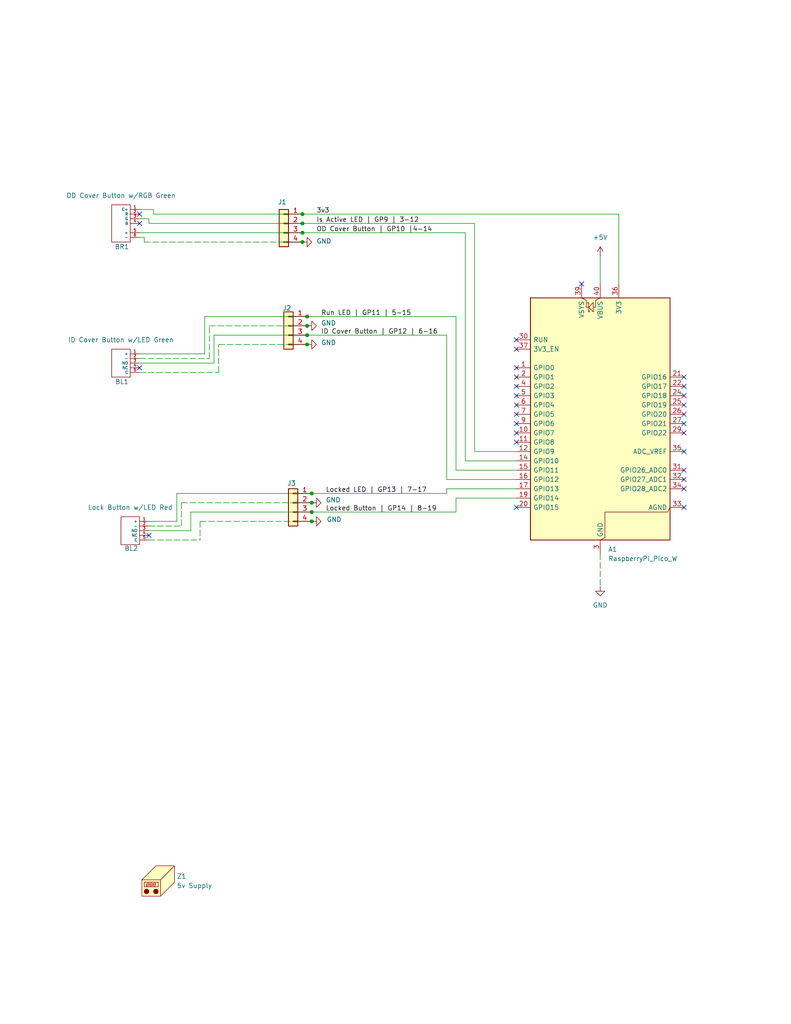
<source format=kicad_sch>
(kicad_sch (version 20250114) (generator "eeschema") (generator_version "9.0")
  (paper "A" portrait)
  (title_block (title "Garage Door Side Entrance Controller") (date "2026-02-07") (rev "v0.0.1") (company "BBG") (comment 2 "MCU Raspberry Pi Pico 2W") (comment 3 "An ESPHome Device") (comment 4 "Tony Gilkerson"))
  (lib_symbols
    (symbol "Connector_Generic:Conn_01x04" (pin_names (offset 1.016) (hide yes))
      (property "Reference" "J" (at 0 5.08 0))
      (property "Value" "Conn_01x04" (at 0 -7.62 0))
      (symbol "Conn_01x04_1_1"
        (rectangle (start -1.27 3.81) (end 1.27 -6.35) (stroke (width 0.254)) (fill (type background)))
        (rectangle (start -1.27 2.667) (end 0 2.413) (stroke (width 0.1524)))
        (rectangle (start -1.27 0.127) (end 0 -0.127) (stroke (width 0.1524)))
        (rectangle (start -1.27 -2.413) (end 0 -2.667) (stroke (width 0.1524)))
        (rectangle (start -1.27 -4.953) (end 0 -5.207) (stroke (width 0.1524)))
        (pin passive line (at -5.08 2.54 0) (length 3.81) (name "Pin_1") (number "1"))
        (pin passive line (at -5.08 0 0) (length 3.81) (name "Pin_2") (number "2"))
        (pin passive line (at -5.08 -2.54 0) (length 3.81) (name "Pin_3") (number "3"))
        (pin passive line (at -5.08 -5.08 0) (length 3.81) (name "Pin_4") (number "4"))
      )
    )
    (symbol "MCU_Module:RaspberryPi_Pico_W" (pin_names (offset 0.762))
      (property "Reference" "A" (at -19.05 35.56 0))
      (property "Value" "RaspberryPi_Pico_W" (at 7.62 35.56 0))
      (symbol "RaspberryPi_Pico_W_0_1"
        (rectangle (start -19.05 34.29) (end 19.05 -31.75) (stroke (width 0.254)) (fill (type background)))
        (polyline (pts (xy -5.08 34.29) (xy -3.81 33.655) (xy -3.81 31.75) (xy -3.175 31.75)))
        (polyline (pts (xy -3.429 32.766) (xy -3.429 33.02) (xy -3.175 33.02) (xy -3.175 30.48) (xy -2.921 30.48) (xy -2.921 30.734)))
        (polyline (pts (xy -3.175 31.75) (xy -1.905 33.02) (xy -1.905 30.48) (xy -3.175 31.75)))
        (polyline (pts (xy 0 34.29) (xy -1.27 33.655) (xy -1.27 31.75) (xy -1.905 31.75)))
        (polyline (pts (xy 0 -31.75) (xy 1.27 -31.115) (xy 1.27 -24.13) (xy 18.415 -24.13) (xy 19.05 -22.86)))
      )
      (symbol "RaspberryPi_Pico_W_1_1"
        (pin passive line (at -22.86 22.86 0) (length 3.81) (name "RUN") (number "30"))
        (pin passive line (at -22.86 20.32 0) (length 3.81) (name "3V3_EN") (number "37"))
        (pin bidirectional line (at -22.86 15.24 0) (length 3.81) (name "GPIO0") (number "1"))
        (pin bidirectional line (at -22.86 12.7 0) (length 3.81) (name "GPIO1") (number "2"))
        (pin bidirectional line (at -22.86 10.16 0) (length 3.81) (name "GPIO2") (number "4"))
        (pin bidirectional line (at -22.86 7.62 0) (length 3.81) (name "GPIO3") (number "5"))
        (pin bidirectional line (at -22.86 5.08 0) (length 3.81) (name "GPIO4") (number "6"))
        (pin bidirectional line (at -22.86 2.54 0) (length 3.81) (name "GPIO5") (number "7"))
        (pin bidirectional line (at -22.86 0 0) (length 3.81) (name "GPIO6") (number "9"))
        (pin bidirectional line (at -22.86 -2.54 0) (length 3.81) (name "GPIO7") (number "10"))
        (pin bidirectional line (at -22.86 -5.08 0) (length 3.81) (name "GPIO8") (number "11"))
        (pin bidirectional line (at -22.86 -7.62 0) (length 3.81) (name "GPIO9") (number "12"))
        (pin bidirectional line (at -22.86 -10.16 0) (length 3.81) (name "GPIO10") (number "14"))
        (pin bidirectional line (at -22.86 -12.7 0) (length 3.81) (name "GPIO11") (number "15"))
        (pin bidirectional line (at -22.86 -15.24 0) (length 3.81) (name "GPIO12") (number "16"))
        (pin bidirectional line (at -22.86 -17.78 0) (length 3.81) (name "GPIO13") (number "17"))
        (pin bidirectional line (at -22.86 -20.32 0) (length 3.81) (name "GPIO14") (number "19"))
        (pin bidirectional line (at -22.86 -22.86 0) (length 3.81) (name "GPIO15") (number "20"))
        (pin power_in line (at -5.08 38.1 270) (length 3.81) (name "VSYS") (number "39"))
        (pin power_out line (at 0 38.1 270) (length 3.81) (name "VBUS") (number "40"))
        (pin passive line (at 0 -35.56 90) (length 3.81) (hide yes) (name "GND") (number "13"))
        (pin passive line (at 0 -35.56 90) (length 3.81) (hide yes) (name "GND") (number "18"))
        (pin passive line (at 0 -35.56 90) (length 3.81) (hide yes) (name "GND") (number "23"))
        (pin passive line (at 0 -35.56 90) (length 3.81) (hide yes) (name "GND") (number "28"))
        (pin power_out line (at 0 -35.56 90) (length 3.81) (name "GND") (number "3"))
        (pin passive line (at 0 -35.56 90) (length 3.81) (hide yes) (name "GND") (number "38"))
        (pin passive line (at 0 -35.56 90) (length 3.81) (hide yes) (name "GND") (number "8"))
        (pin power_out line (at 5.08 38.1 270) (length 3.81) (name "3V3") (number "36"))
        (pin bidirectional line (at 22.86 12.7 180) (length 3.81) (name "GPIO16") (number "21"))
        (pin bidirectional line (at 22.86 10.16 180) (length 3.81) (name "GPIO17") (number "22"))
        (pin bidirectional line (at 22.86 7.62 180) (length 3.81) (name "GPIO18") (number "24"))
        (pin bidirectional line (at 22.86 5.08 180) (length 3.81) (name "GPIO19") (number "25"))
        (pin bidirectional line (at 22.86 2.54 180) (length 3.81) (name "GPIO20") (number "26"))
        (pin bidirectional line (at 22.86 0 180) (length 3.81) (name "GPIO21") (number "27"))
        (pin bidirectional line (at 22.86 -2.54 180) (length 3.81) (name "GPIO22") (number "29"))
        (pin power_in line (at 22.86 -7.62 180) (length 3.81) (name "ADC_VREF") (number "35"))
        (pin bidirectional line (at 22.86 -12.7 180) (length 3.81) (name "GPIO26_ADC0") (number "31"))
        (pin bidirectional line (at 22.86 -15.24 180) (length 3.81) (name "GPIO27_ADC1") (number "32"))
        (pin bidirectional line (at 22.86 -17.78 180) (length 3.81) (name "GPIO28_ADC2") (number "34"))
        (pin power_out line (at 22.86 -22.86 180) (length 3.81) (name "AGND") (number "33"))
      )
    )
    (symbol "Mechanical:Housing" (pin_names (offset 1.016))
      (property "Reference" "N" (at 3.81 0 0))
      (property "Value" "Housing" (at 3.81 -1.905 0))
      (symbol "Housing_0_1"
        (polyline (pts (xy -5.715 0) (xy -0.635 0) (xy 3.175 3.81)))
        (polyline (pts (xy -5.715 0) (xy -5.715 -4.445) (xy -0.635 -4.445) (xy 3.175 -0.635) (xy 3.175 3.81) (xy -1.905 3.81) (xy -5.715 0)) (fill (type background)))
        (rectangle (start -5.08 -0.635) (end -1.27 -1.905))
        (polyline (pts (xy -4.5212 -1.5748) (xy -4.4704 -1.3716)))
        (circle (center -4.445 -3.175) (radius 0.635) (fill (type outline)))
        (polyline (pts (xy -4.4196 -1.2192) (xy -4.3688 -0.9652)))
        (polyline (pts (xy -4.4196 -1.6764) (xy -4.064 -1.6764)))
        (polyline (pts (xy -4.318 -1.3208) (xy -4.0132 -1.3208)))
        (polyline (pts (xy -4.2164 -0.9144) (xy -3.9116 -0.9144)))
        (polyline (pts (xy -3.9116 -1.6256) (xy -3.8608 -1.3716)))
        (polyline (pts (xy -3.81 -1.2192) (xy -3.7592 -0.9652)))
        (polyline (pts (xy -3.6068 -1.5748) (xy -3.556 -1.3716)))
        (polyline (pts (xy -3.5052 -1.2192) (xy -3.4544 -0.9652)))
        (polyline (pts (xy -3.5052 -1.6764) (xy -3.1496 -1.6764)))
        (polyline (pts (xy -3.4036 -1.3208) (xy -3.0988 -1.3208)))
        (polyline (pts (xy -3.302 -0.9144) (xy -2.9972 -0.9144)))
        (polyline (pts (xy -2.9972 -1.6256) (xy -2.9464 -1.3716)))
        (polyline (pts (xy -2.8956 -1.2192) (xy -2.8448 -0.9652)))
        (polyline (pts (xy -2.6924 -1.5748) (xy -2.6416 -1.3716)))
        (polyline (pts (xy -2.5908 -1.2192) (xy -2.54 -0.9652)))
        (polyline (pts (xy -2.5908 -1.6764) (xy -2.2352 -1.6764)))
        (polyline (pts (xy -2.4892 -1.3208) (xy -2.1844 -1.3208)))
        (polyline (pts (xy -2.3876 -0.9144) (xy -2.0828 -0.9144)))
        (polyline (pts (xy -2.0828 -1.6256) (xy -2.032 -1.3716)))
        (polyline (pts (xy -1.9812 -1.2192) (xy -1.9304 -0.9652)))
        (circle (center -1.905 -3.175) (radius 0.635) (fill (type outline)))
        (polyline (pts (xy -0.635 0) (xy -0.635 -4.445)))
      )
    )
    (symbol "gdse_library:Button_w/LED"
      (property "Reference" "BL" (at -3.81 0 0))
      (symbol "Button_w/LED_0_1"
        (rectangle (start -5.08 3.81) (end 0 -3.81))
      )
      (symbol "Button_w/LED_1_1"
        (pin passive line (at 2.54 2.54 180) (length 2.54) (name "+") (number "1"))
        (pin passive line (at 2.54 1.27 180) (length 2.54) (name "-") (number "2"))
        (pin passive line (at 2.54 0 180) (length 2.54) (name "NO") (number "3"))
        (pin passive line (at 2.54 -1.27 180) (length 2.54) (name "NC") (number "4"))
        (pin passive line (at 2.54 -2.54 180) (length 2.54) (name "C") (number "5"))
      )
    )
    (symbol "gdse_library:Button_w/RGB"
      (property "Reference" "BR" (at -3.81 -0.254 0))
      (symbol "Button_w/RGB_0_1"
        (rectangle (start -5.08 5.08) (end 0 -5.08))
      )
      (symbol "Button_w/RGB_1_1"
        (pin passive line (at 2.54 3.81 180) (length 2.54) (name "C+") (number "1"))
        (pin passive line (at 2.54 2.54 180) (length 2.54) (name "R") (number "2"))
        (pin passive line (at 2.54 1.27 180) (length 2.54) (name "G") (number "3"))
        (pin passive line (at 2.54 0 180) (length 2.54) (name "B") (number "4"))
        (pin passive line (at 2.54 -2.54 180) (length 2.54) (name "+") (number "5"))
        (pin passive line (at 2.54 -3.81 180) (length 2.54) (name "-") (number "6"))
      )
    )
    (symbol "power:+5V" (power) (pin_numbers (hide yes)) (pin_names (offset 0) (hide yes))
      (property "Value" "+5V" (at 0 3.556 0))
      (symbol "+5V_0_1"
        (polyline (pts (xy -0.762 1.27) (xy 0 2.54)))
        (polyline (pts (xy 0 2.54) (xy 0.762 1.27)))
        (polyline (pts (xy 0 0) (xy 0 2.54)))
      )
      (symbol "+5V_1_1"
        (pin power_in line (at 0 0 90) (length 0) (name "~") (number "1"))
      )
    )
    (symbol "power:GND" (power) (pin_numbers (hide yes)) (pin_names (offset 0) (hide yes))
      (property "Value" "GND" (at 0 -3.81 0))
      (symbol "GND_0_1"
        (polyline (pts (xy 0 0) (xy 0 -1.27) (xy 1.27 -1.27) (xy 0 -2.54) (xy -1.27 -1.27) (xy 0 -1.27)))
      )
      (symbol "GND_1_1"
        (pin power_in line (at 0 0 270) (length 0) (name "~") (number "1"))
      )
    )
  )
  (junction (at 82.55 63.5))
  (junction (at 83.82 93.98))
  (junction (at 85.09 142.24))
  (junction (at 83.82 91.44))
  (junction (at 83.82 88.9))
  (junction (at 85.09 139.7))
  (junction (at 82.55 58.42))
  (junction (at 83.82 86.36))
  (junction (at 82.55 60.96))
  (junction (at 85.09 134.62))
  (junction (at 82.55 66.04))
  (junction (at 85.09 137.16))
  (no_connect (at 38.1 100.33))
  (no_connect (at 186.69 102.87))
  (no_connect (at 140.97 102.87))
  (no_connect (at 40.64 146.05))
  (no_connect (at 186.69 133.35))
  (no_connect (at 140.97 100.33))
  (no_connect (at 140.97 118.11))
  (no_connect (at 186.69 118.11))
  (no_connect (at 186.69 110.49))
  (no_connect (at 38.1 58.42))
  (no_connect (at 140.97 138.43))
  (no_connect (at 186.69 107.95))
  (no_connect (at 140.97 115.57))
  (no_connect (at 186.69 128.27))
  (no_connect (at 140.97 120.65))
  (no_connect (at 158.75 77.47))
  (no_connect (at 186.69 115.57))
  (no_connect (at 140.97 92.71))
  (no_connect (at 140.97 95.25))
  (no_connect (at 140.97 113.03))
  (no_connect (at 140.97 107.95))
  (no_connect (at 186.69 123.19))
  (no_connect (at 140.97 110.49))
  (no_connect (at 186.69 105.41))
  (no_connect (at 186.69 130.81))
  (no_connect (at 38.1 60.96))
  (no_connect (at 186.69 113.03))
  (no_connect (at 140.97 105.41))
  (no_connect (at 186.69 138.43))
  (wire (pts (xy 38.1 101.6) (xy 59.69 101.6)) (stroke (width 0) (type dash)))
  (wire (pts (xy 38.1 59.69) (xy 40.64 59.69)))
  (wire (pts (xy 38.1 96.52) (xy 55.88 96.52)))
  (wire (pts (xy 38.1 57.15) (xy 41.91 57.15)))
  (wire (pts (xy 124.46 86.36) (xy 83.82 86.36)))
  (wire (pts (xy 54.61 142.24) (xy 54.61 147.32)) (stroke (width 0) (type dash)))
  (wire (pts (xy 40.64 144.78) (xy 52.07 144.78)))
  (wire (pts (xy 41.91 58.42) (xy 82.55 58.42)))
  (wire (pts (xy 58.42 91.44) (xy 83.82 91.44)))
  (wire (pts (xy 163.83 151.13) (xy 163.83 160.02)) (stroke (width 0) (type dash)))
  (wire (pts (xy 49.53 137.16) (xy 49.53 143.51)) (stroke (width 0) (type dash)))
  (wire (pts (xy 127 125.73) (xy 140.97 125.73)))
  (wire (pts (xy 124.46 139.7) (xy 85.09 139.7)))
  (wire (pts (xy 59.69 93.98) (xy 83.82 93.98)) (stroke (width 0) (type dash)))
  (wire (pts (xy 38.1 97.79) (xy 57.15 97.79)) (stroke (width 0) (type dash)))
  (wire (pts (xy 57.15 88.9) (xy 83.82 88.9)) (stroke (width 0) (type dash)))
  (wire (pts (xy 140.97 135.89) (xy 124.46 135.89)))
  (wire (pts (xy 82.55 63.5) (xy 127 63.5)))
  (wire (pts (xy 129.54 123.19) (xy 140.97 123.19)))
  (wire (pts (xy 38.1 64.77) (xy 39.37 64.77)) (stroke (width 0) (type dash)))
  (wire (pts (xy 168.91 77.47) (xy 168.91 58.42)))
  (wire (pts (xy 83.82 91.44) (xy 121.92 91.44)))
  (wire (pts (xy 38.1 63.5) (xy 82.55 63.5)))
  (wire (pts (xy 40.64 143.51) (xy 49.53 143.51)) (stroke (width 0) (type dash)))
  (wire (pts (xy 168.91 58.42) (xy 82.55 58.42)))
  (wire (pts (xy 58.42 99.06) (xy 58.42 91.44)))
  (wire (pts (xy 48.26 134.62) (xy 85.09 134.62)))
  (wire (pts (xy 121.92 91.44) (xy 121.92 130.81)))
  (wire (pts (xy 39.37 64.77) (xy 39.37 66.04)) (stroke (width 0) (type dash)))
  (wire (pts (xy 59.69 101.6) (xy 59.69 93.98)) (stroke (width 0) (type dash)))
  (wire (pts (xy 121.92 134.62) (xy 121.92 133.35)))
  (wire (pts (xy 52.07 139.7) (xy 85.09 139.7)))
  (wire (pts (xy 124.46 86.36) (xy 124.46 128.27)))
  (wire (pts (xy 124.46 139.7) (xy 124.46 135.89)))
  (wire (pts (xy 124.46 128.27) (xy 140.97 128.27)))
  (wire (pts (xy 39.37 66.04) (xy 82.55 66.04)) (stroke (width 0) (type dash)))
  (wire (pts (xy 163.83 69.85) (xy 163.83 77.47)))
  (wire (pts (xy 49.53 137.16) (xy 85.09 137.16)) (stroke (width 0) (type dash)))
  (wire (pts (xy 52.07 139.7) (xy 52.07 144.78)))
  (wire (pts (xy 40.64 147.32) (xy 54.61 147.32)) (stroke (width 0) (type dash)))
  (wire (pts (xy 127 63.5) (xy 127 125.73)))
  (wire (pts (xy 57.15 97.79) (xy 57.15 88.9)) (stroke (width 0) (type dash)))
  (wire (pts (xy 54.61 142.24) (xy 85.09 142.24)) (stroke (width 0) (type dash)))
  (wire (pts (xy 55.88 86.36) (xy 55.88 96.52)))
  (wire (pts (xy 48.26 134.62) (xy 48.26 142.24)))
  (wire (pts (xy 129.54 60.96) (xy 129.54 123.19)))
  (wire (pts (xy 40.64 59.69) (xy 40.64 60.96)))
  (wire (pts (xy 121.92 130.81) (xy 140.97 130.81)))
  (wire (pts (xy 140.97 133.35) (xy 121.92 133.35)))
  (wire (pts (xy 40.64 142.24) (xy 48.26 142.24)))
  (wire (pts (xy 55.88 86.36) (xy 83.82 86.36)))
  (wire (pts (xy 129.54 60.96) (xy 82.55 60.96)))
  (wire (pts (xy 38.1 99.06) (xy 58.42 99.06)))
  (wire (pts (xy 40.64 60.96) (xy 82.55 60.96)))
  (wire (pts (xy 41.91 57.15) (xy 41.91 58.42)))
  (wire (pts (xy 121.92 134.62) (xy 85.09 134.62)))
  (label "Is Active LED | GP9 | 3-12" (at 86.36 60.96 0))
  (label "3v3" (at 86.36 58.42 0))
  (label "Run LED | GP11 | 5-15" (at 87.63 86.36 0))
  (label "ID Cover Button | GP12 | 6-16" (at 87.63 91.44 0))
  (label "OD Cover Button | GP10 |4-14" (at 86.36 63.5 0))
  (label "Locked Button | GP14 | 8-19" (at 88.9 139.7 0))
  (label "Locked LED | GP13 | 7-17" (at 88.9 134.62 0))
  (symbol (lib_id "gdse_library:Button_w/RGB") (at 35.56 60.96 0) (unit 1) (on_board no)
    (property "Reference" "BR1" (at 33.274 67.31 0))
    (property "Value" "OD Cover Button w/RGB Green" (at 33.02 53.34 0))
  )
  (symbol (lib_id "Connector_Generic:Conn_01x04") (at 80.01 137.16 0) (mirror y) (unit 1)
    (property "Reference" "J3" (at 80.772 131.826 0) (effects (justify left)))
    (property "Value" "Conn_01x04" (effects (hide yes)))
    (property "Footprint" "Connector_JST:JST_XH_B4B-XH-A_1x04_P2.50mm_Vertical" (effects (hide yes)))
    (property "Description" "Generic connector, single row, 01x04, script generated (kicad-library-utils/schlib/autogen/connector/)" (effects (hide yes)))
  )
  (symbol (lib_id "gdse_library:Button_w/LED") (at 35.56 99.06 0) (unit 1) (on_board no)
    (property "Reference" "BL1" (at 33.274 104.14 0))
    (property "Value" "ID Cover Button w/LED Green" (at 33.02 92.71 0))
  )
  (symbol (lib_id "power:+5V") (at 163.83 69.85 0) (unit 1)
    (property "Reference" "#PWR01" (effects (hide yes)))
    (property "Value" "+5V" (at 163.83 64.77 0))
    (property "Description" "Power symbol creates a global label with name \"+5V\"" (effects (hide yes)))
  )
  (symbol (lib_id "power:GND") (at 83.82 93.98 90) (unit 1)
    (property "Reference" "#PWR05" (effects (hide yes)))
    (property "Value" "GND" (at 87.63 93.472 90) (effects (justify right)))
    (property "Description" "Power symbol creates a global label with name \"GND\" , ground" (effects (hide yes)))
  )
  (symbol (lib_id "Connector_Generic:Conn_01x04") (at 78.74 88.9 0) (mirror y) (unit 1)
    (property "Reference" "J2" (at 79.502 84.074 0) (effects (justify left)))
    (property "Value" "Conn_01x04" (effects (hide yes)))
    (property "Footprint" "Connector_JST:JST_XH_B4B-XH-A_1x04_P2.50mm_Vertical" (effects (hide yes)))
    (property "Description" "Generic connector, single row, 01x04, script generated (kicad-library-utils/schlib/autogen/connector/)" (effects (hide yes)))
  )
  (symbol (lib_id "Mechanical:Housing") (at 44.45 240.03 0) (unit 1) (on_board no)
    (property "Reference" "Z1" (at 48.26 239.0774 0) (effects (justify left)))
    (property "Value" "5v Supply" (at 48.26 241.6174 0) (effects (justify left)))
    (property "Description" "Housing" (effects (hide yes)))
  )
  (symbol (lib_id "power:GND") (at 82.55 66.04 90) (unit 1)
    (property "Reference" "#PWR03" (effects (hide yes)))
    (property "Value" "GND" (at 86.36 65.786 90) (effects (justify right)))
    (property "Description" "Power symbol creates a global label with name \"GND\" , ground" (effects (hide yes)))
  )
  (symbol (lib_id "power:GND") (at 85.09 137.16 90) (unit 1)
    (property "Reference" "#PWR06" (effects (hide yes)))
    (property "Value" "GND" (at 88.9 136.398 90) (effects (justify right)))
    (property "Description" "Power symbol creates a global label with name \"GND\" , ground" (effects (hide yes)))
  )
  (symbol (lib_id "power:GND") (at 83.82 88.9 90) (unit 1)
    (property "Reference" "#PWR04" (effects (hide yes)))
    (property "Value" "GND" (at 87.63 88.138 90) (effects (justify right)))
    (property "Description" "Power symbol creates a global label with name \"GND\" , ground" (effects (hide yes)))
  )
  (symbol (lib_id "power:GND") (at 163.83 160.02 0) (unit 1)
    (property "Reference" "#PWR02" (effects (hide yes)))
    (property "Value" "GND" (at 163.83 165.1 0))
    (property "Description" "Power symbol creates a global label with name \"GND\" , ground" (effects (hide yes)))
  )
  (symbol (lib_id "Connector_Generic:Conn_01x04") (at 77.47 60.96 0) (mirror y) (unit 1)
    (property "Reference" "J1" (at 78.232 55.118 0) (effects (justify left)))
    (property "Value" "Conn_01x04" (effects (hide yes)))
    (property "Footprint" "Connector_JST:JST_XH_B4B-XH-A_1x04_P2.50mm_Vertical" (effects (hide yes)))
    (property "Description" "Generic connector, single row, 01x04, script generated (kicad-library-utils/schlib/autogen/connector/)" (effects (hide yes)))
  )
  (symbol (lib_id "power:GND") (at 85.09 142.24 90) (unit 1)
    (property "Reference" "#PWR07" (effects (hide yes)))
    (property "Value" "GND" (at 89.154 141.732 90) (effects (justify right)))
    (property "Description" "Power symbol creates a global label with name \"GND\" , ground" (effects (hide yes)))
  )
  (symbol (lib_id "gdse_library:Button_w/LED") (at 38.1 144.78 0) (unit 1) (on_board no)
    (property "Reference" "BL2" (at 35.814 149.606 0))
    (property "Value" "Lock Button w/LED Red" (at 35.56 138.43 0))
  )
  (symbol (lib_id "MCU_Module:RaspberryPi_Pico_W") (at 163.83 115.57 0) (unit 1)
    (property "Reference" "A1" (at 165.9733 149.86 0) (effects (justify left)))
    (property "Value" "RaspberryPi_Pico_W" (at 165.9733 152.4 0) (effects (justify left)))
    (property "Footprint" "Module:RaspberryPi_Pico_Common_THT" (effects (hide yes)))
    (property "Datasheet" "https://datasheets.raspberrypi.com/picow/pico-w-datasheet.pdf" (effects (hide yes)))
    (property "Description" "Versatile and inexpensive wireless microcontroller module powered by RP2040 dual-core Arm Cortex-M0+ processor up to 133 MHz, 264kB SRAM, 2MB QSPI flash, Infineon CYW43439 2.4GHz 802.11n wireless LAN; also supports Raspberry Pi Pico 2 W" (effects (hide yes)))
  )
)
</source>
